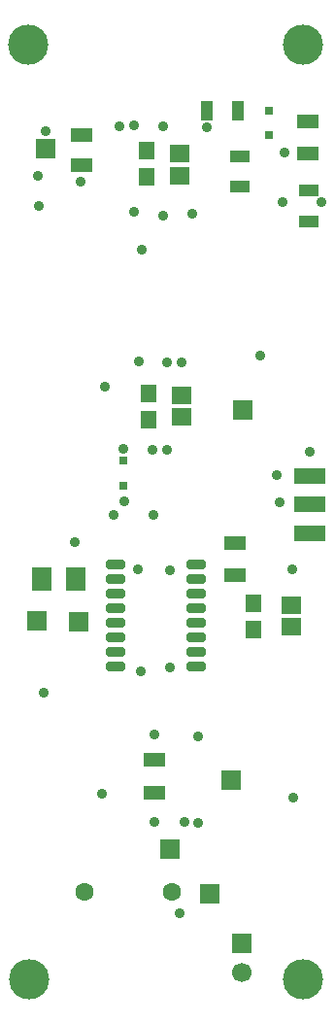
<source format=gbr>
%TF.GenerationSoftware,Altium Limited,Altium Designer,19.0.15 (446)*%
G04 Layer_Color=16711935*
%FSLAX42Y42*%
%MOMM*%
%TF.FileFunction,Soldermask,Bot*%
%TF.Part,Single*%
G01*
G75*
%TA.AperFunction,SMDPad,CuDef*%
%ADD41R,1.75X1.10*%
%ADD42R,1.80X1.10*%
%ADD43R,1.90X1.30*%
%ADD45R,1.10X1.80*%
%ADD50R,0.65X0.79*%
%TA.AperFunction,ComponentPad*%
%ADD54R,1.70X1.70*%
%ADD55C,1.60*%
%ADD56R,1.70X1.70*%
%ADD57C,1.70*%
%TA.AperFunction,ViaPad*%
%ADD58C,3.50*%
%ADD59C,0.90*%
%TA.AperFunction,ConnectorPad*%
%ADD60R,2.70X1.40*%
%TA.AperFunction,SMDPad,CuDef*%
%ADD61R,1.85X1.30*%
%ADD62R,1.70X1.60*%
%ADD63R,1.35X1.65*%
%ADD64R,0.80X0.80*%
G04:AMPARAMS|DCode=65|XSize=0.8mm|YSize=1.65mm|CornerRadius=0.15mm|HoleSize=0mm|Usage=FLASHONLY|Rotation=270.000|XOffset=0mm|YOffset=0mm|HoleType=Round|Shape=RoundedRectangle|*
%AMROUNDEDRECTD65*
21,1,0.80,1.35,0,0,270.0*
21,1,0.50,1.65,0,0,270.0*
1,1,0.31,-0.67,-0.25*
1,1,0.31,-0.67,0.25*
1,1,0.31,0.67,0.25*
1,1,0.31,0.67,-0.25*
%
%ADD65ROUNDEDRECTD65*%
%ADD66R,1.75X2.10*%
D41*
X6000Y11425D02*
D03*
Y11160D02*
D03*
D42*
X6600Y10860D02*
D03*
Y11130D02*
D03*
D43*
X4617Y11343D02*
D03*
Y11612D02*
D03*
D45*
X5980Y11822D02*
D03*
X5710D02*
D03*
D50*
X6250Y11612D02*
D03*
Y11823D02*
D03*
D54*
X4300Y11492D02*
D03*
X5917Y5985D02*
D03*
X4595Y7365D02*
D03*
X6022Y9215D02*
D03*
X4225Y7378D02*
D03*
X5735Y4997D02*
D03*
X5388Y5390D02*
D03*
D55*
X5407Y5010D02*
D03*
X4645D02*
D03*
D56*
X6015Y4569D02*
D03*
D57*
Y4315D02*
D03*
D58*
X6550Y12400D02*
D03*
X4150D02*
D03*
X4160Y4250D02*
D03*
X6550D02*
D03*
D59*
X4797Y5872D02*
D03*
X6607Y8853D02*
D03*
X4560Y8060D02*
D03*
X4822Y9418D02*
D03*
X4285Y6747D02*
D03*
X6460Y5838D02*
D03*
X5247Y8300D02*
D03*
X4895D02*
D03*
X5388Y6972D02*
D03*
X5133Y6938D02*
D03*
X5385Y7820D02*
D03*
X6345Y8405D02*
D03*
X6710Y11028D02*
D03*
X4300Y11643D02*
D03*
X4605Y11207D02*
D03*
X6370Y11028D02*
D03*
X6385Y11453D02*
D03*
X4945Y11685D02*
D03*
X5710Y11678D02*
D03*
X5138Y10612D02*
D03*
X4245Y10990D02*
D03*
X4235Y11257D02*
D03*
X5578Y10920D02*
D03*
X5325Y10903D02*
D03*
X5072Y10943D02*
D03*
X5488Y9630D02*
D03*
X6178Y9688D02*
D03*
X6317Y8650D02*
D03*
X5117Y9638D02*
D03*
X5075Y11697D02*
D03*
X5329Y11689D02*
D03*
X4985Y8415D02*
D03*
X4979Y8877D02*
D03*
X5238Y8865D02*
D03*
X5110Y7822D02*
D03*
X5360Y8870D02*
D03*
X5360Y9625D02*
D03*
X6453Y7828D02*
D03*
X5635Y6372D02*
D03*
X5635Y5613D02*
D03*
X5512Y5620D02*
D03*
X5253Y6383D02*
D03*
X5254Y5625D02*
D03*
X5470Y4828D02*
D03*
D60*
X6610Y8640D02*
D03*
Y8390D02*
D03*
Y8140D02*
D03*
D61*
X5953Y8055D02*
D03*
Y7770D02*
D03*
X6593Y11445D02*
D03*
Y11730D02*
D03*
X5255Y6162D02*
D03*
Y5878D02*
D03*
D62*
X5470Y11445D02*
D03*
Y11255D02*
D03*
X5485Y9340D02*
D03*
Y9150D02*
D03*
X6443Y7512D02*
D03*
Y7322D02*
D03*
D63*
X5185Y11245D02*
D03*
Y11475D02*
D03*
X5200Y9125D02*
D03*
Y9355D02*
D03*
X6115Y7297D02*
D03*
Y7528D02*
D03*
D64*
X4983Y8550D02*
D03*
Y8770D02*
D03*
D65*
X5615Y7865D02*
D03*
Y7739D02*
D03*
Y7611D02*
D03*
Y7485D02*
D03*
Y7357D02*
D03*
Y7231D02*
D03*
Y7104D02*
D03*
Y6976D02*
D03*
X4910Y7865D02*
D03*
Y7739D02*
D03*
Y7611D02*
D03*
Y7485D02*
D03*
Y7357D02*
D03*
Y7231D02*
D03*
Y7104D02*
D03*
Y6976D02*
D03*
D66*
X4565Y7740D02*
D03*
X4270D02*
D03*
%TF.MD5,f0172f090093adf22b465520d0238ac2*%
M02*

</source>
